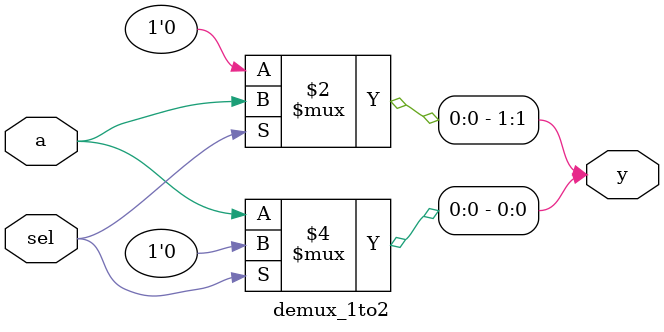
<source format=v>
module demux_1to2(input a,sel,output [1:0] y);

	assign y[1]=(sel==1)?a:1'b0;
	assign y[0]=(sel==0)?a:1'b0;
endmodule    
	        	

</source>
